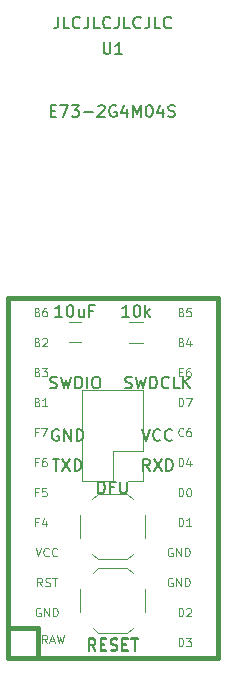
<source format=gbr>
G04 #@! TF.FileFunction,Legend,Top*
%FSLAX46Y46*%
G04 Gerber Fmt 4.6, Leading zero omitted, Abs format (unit mm)*
G04 Created by KiCad (PCBNEW 4.0.7) date 04/15/18 08:08:42*
%MOMM*%
%LPD*%
G01*
G04 APERTURE LIST*
%ADD10C,0.100000*%
%ADD11C,0.200000*%
%ADD12C,0.381000*%
%ADD13C,0.120000*%
%ADD14C,0.150000*%
G04 APERTURE END LIST*
D10*
D11*
X103925953Y-130579762D02*
X104068810Y-130627381D01*
X104306906Y-130627381D01*
X104402144Y-130579762D01*
X104449763Y-130532143D01*
X104497382Y-130436905D01*
X104497382Y-130341667D01*
X104449763Y-130246429D01*
X104402144Y-130198810D01*
X104306906Y-130151190D01*
X104116429Y-130103571D01*
X104021191Y-130055952D01*
X103973572Y-130008333D01*
X103925953Y-129913095D01*
X103925953Y-129817857D01*
X103973572Y-129722619D01*
X104021191Y-129675000D01*
X104116429Y-129627381D01*
X104354525Y-129627381D01*
X104497382Y-129675000D01*
X104830715Y-129627381D02*
X105068810Y-130627381D01*
X105259287Y-129913095D01*
X105449763Y-130627381D01*
X105687858Y-129627381D01*
X106068810Y-130627381D02*
X106068810Y-129627381D01*
X106306905Y-129627381D01*
X106449763Y-129675000D01*
X106545001Y-129770238D01*
X106592620Y-129865476D01*
X106640239Y-130055952D01*
X106640239Y-130198810D01*
X106592620Y-130389286D01*
X106545001Y-130484524D01*
X106449763Y-130579762D01*
X106306905Y-130627381D01*
X106068810Y-130627381D01*
X107068810Y-130627381D02*
X107068810Y-129627381D01*
X107735476Y-129627381D02*
X107925953Y-129627381D01*
X108021191Y-129675000D01*
X108116429Y-129770238D01*
X108164048Y-129960714D01*
X108164048Y-130294048D01*
X108116429Y-130484524D01*
X108021191Y-130579762D01*
X107925953Y-130627381D01*
X107735476Y-130627381D01*
X107640238Y-130579762D01*
X107545000Y-130484524D01*
X107497381Y-130294048D01*
X107497381Y-129960714D01*
X107545000Y-129770238D01*
X107640238Y-129675000D01*
X107735476Y-129627381D01*
X104148095Y-136612381D02*
X104719524Y-136612381D01*
X104433809Y-137612381D02*
X104433809Y-136612381D01*
X104957619Y-136612381D02*
X105624286Y-137612381D01*
X105624286Y-136612381D02*
X104957619Y-137612381D01*
X106005238Y-137612381D02*
X106005238Y-136612381D01*
X106243333Y-136612381D01*
X106386191Y-136660000D01*
X106481429Y-136755238D01*
X106529048Y-136850476D01*
X106576667Y-137040952D01*
X106576667Y-137183810D01*
X106529048Y-137374286D01*
X106481429Y-137469524D01*
X106386191Y-137564762D01*
X106243333Y-137612381D01*
X106005238Y-137612381D01*
X104648096Y-134120000D02*
X104552858Y-134072381D01*
X104410001Y-134072381D01*
X104267143Y-134120000D01*
X104171905Y-134215238D01*
X104124286Y-134310476D01*
X104076667Y-134500952D01*
X104076667Y-134643810D01*
X104124286Y-134834286D01*
X104171905Y-134929524D01*
X104267143Y-135024762D01*
X104410001Y-135072381D01*
X104505239Y-135072381D01*
X104648096Y-135024762D01*
X104695715Y-134977143D01*
X104695715Y-134643810D01*
X104505239Y-134643810D01*
X105124286Y-135072381D02*
X105124286Y-134072381D01*
X105695715Y-135072381D01*
X105695715Y-134072381D01*
X106171905Y-135072381D02*
X106171905Y-134072381D01*
X106410000Y-134072381D01*
X106552858Y-134120000D01*
X106648096Y-134215238D01*
X106695715Y-134310476D01*
X106743334Y-134500952D01*
X106743334Y-134643810D01*
X106695715Y-134834286D01*
X106648096Y-134929524D01*
X106552858Y-135024762D01*
X106410000Y-135072381D01*
X106171905Y-135072381D01*
X110268095Y-130579762D02*
X110410952Y-130627381D01*
X110649048Y-130627381D01*
X110744286Y-130579762D01*
X110791905Y-130532143D01*
X110839524Y-130436905D01*
X110839524Y-130341667D01*
X110791905Y-130246429D01*
X110744286Y-130198810D01*
X110649048Y-130151190D01*
X110458571Y-130103571D01*
X110363333Y-130055952D01*
X110315714Y-130008333D01*
X110268095Y-129913095D01*
X110268095Y-129817857D01*
X110315714Y-129722619D01*
X110363333Y-129675000D01*
X110458571Y-129627381D01*
X110696667Y-129627381D01*
X110839524Y-129675000D01*
X111172857Y-129627381D02*
X111410952Y-130627381D01*
X111601429Y-129913095D01*
X111791905Y-130627381D01*
X112030000Y-129627381D01*
X112410952Y-130627381D02*
X112410952Y-129627381D01*
X112649047Y-129627381D01*
X112791905Y-129675000D01*
X112887143Y-129770238D01*
X112934762Y-129865476D01*
X112982381Y-130055952D01*
X112982381Y-130198810D01*
X112934762Y-130389286D01*
X112887143Y-130484524D01*
X112791905Y-130579762D01*
X112649047Y-130627381D01*
X112410952Y-130627381D01*
X113982381Y-130532143D02*
X113934762Y-130579762D01*
X113791905Y-130627381D01*
X113696667Y-130627381D01*
X113553809Y-130579762D01*
X113458571Y-130484524D01*
X113410952Y-130389286D01*
X113363333Y-130198810D01*
X113363333Y-130055952D01*
X113410952Y-129865476D01*
X113458571Y-129770238D01*
X113553809Y-129675000D01*
X113696667Y-129627381D01*
X113791905Y-129627381D01*
X113934762Y-129675000D01*
X113982381Y-129722619D01*
X114887143Y-130627381D02*
X114410952Y-130627381D01*
X114410952Y-129627381D01*
X115220476Y-130627381D02*
X115220476Y-129627381D01*
X115791905Y-130627381D02*
X115363333Y-130055952D01*
X115791905Y-129627381D02*
X115220476Y-130198810D01*
X111696667Y-134072381D02*
X112030000Y-135072381D01*
X112363334Y-134072381D01*
X113268096Y-134977143D02*
X113220477Y-135024762D01*
X113077620Y-135072381D01*
X112982382Y-135072381D01*
X112839524Y-135024762D01*
X112744286Y-134929524D01*
X112696667Y-134834286D01*
X112649048Y-134643810D01*
X112649048Y-134500952D01*
X112696667Y-134310476D01*
X112744286Y-134215238D01*
X112839524Y-134120000D01*
X112982382Y-134072381D01*
X113077620Y-134072381D01*
X113220477Y-134120000D01*
X113268096Y-134167619D01*
X114268096Y-134977143D02*
X114220477Y-135024762D01*
X114077620Y-135072381D01*
X113982382Y-135072381D01*
X113839524Y-135024762D01*
X113744286Y-134929524D01*
X113696667Y-134834286D01*
X113649048Y-134643810D01*
X113649048Y-134500952D01*
X113696667Y-134310476D01*
X113744286Y-134215238D01*
X113839524Y-134120000D01*
X113982382Y-134072381D01*
X114077620Y-134072381D01*
X114220477Y-134120000D01*
X114268096Y-134167619D01*
X112363334Y-137612381D02*
X112030000Y-137136190D01*
X111791905Y-137612381D02*
X111791905Y-136612381D01*
X112172858Y-136612381D01*
X112268096Y-136660000D01*
X112315715Y-136707619D01*
X112363334Y-136802857D01*
X112363334Y-136945714D01*
X112315715Y-137040952D01*
X112268096Y-137088571D01*
X112172858Y-137136190D01*
X111791905Y-137136190D01*
X112696667Y-136612381D02*
X113363334Y-137612381D01*
X113363334Y-136612381D02*
X112696667Y-137612381D01*
X113744286Y-137612381D02*
X113744286Y-136612381D01*
X113982381Y-136612381D01*
X114125239Y-136660000D01*
X114220477Y-136755238D01*
X114268096Y-136850476D01*
X114315715Y-137040952D01*
X114315715Y-137183810D01*
X114268096Y-137374286D01*
X114220477Y-137469524D01*
X114125239Y-137564762D01*
X113982381Y-137612381D01*
X113744286Y-137612381D01*
X104600952Y-99147381D02*
X104600952Y-99861667D01*
X104553332Y-100004524D01*
X104458094Y-100099762D01*
X104315237Y-100147381D01*
X104219999Y-100147381D01*
X105553333Y-100147381D02*
X105077142Y-100147381D01*
X105077142Y-99147381D01*
X106458095Y-100052143D02*
X106410476Y-100099762D01*
X106267619Y-100147381D01*
X106172381Y-100147381D01*
X106029523Y-100099762D01*
X105934285Y-100004524D01*
X105886666Y-99909286D01*
X105839047Y-99718810D01*
X105839047Y-99575952D01*
X105886666Y-99385476D01*
X105934285Y-99290238D01*
X106029523Y-99195000D01*
X106172381Y-99147381D01*
X106267619Y-99147381D01*
X106410476Y-99195000D01*
X106458095Y-99242619D01*
X107172381Y-99147381D02*
X107172381Y-99861667D01*
X107124761Y-100004524D01*
X107029523Y-100099762D01*
X106886666Y-100147381D01*
X106791428Y-100147381D01*
X108124762Y-100147381D02*
X107648571Y-100147381D01*
X107648571Y-99147381D01*
X109029524Y-100052143D02*
X108981905Y-100099762D01*
X108839048Y-100147381D01*
X108743810Y-100147381D01*
X108600952Y-100099762D01*
X108505714Y-100004524D01*
X108458095Y-99909286D01*
X108410476Y-99718810D01*
X108410476Y-99575952D01*
X108458095Y-99385476D01*
X108505714Y-99290238D01*
X108600952Y-99195000D01*
X108743810Y-99147381D01*
X108839048Y-99147381D01*
X108981905Y-99195000D01*
X109029524Y-99242619D01*
X109743810Y-99147381D02*
X109743810Y-99861667D01*
X109696190Y-100004524D01*
X109600952Y-100099762D01*
X109458095Y-100147381D01*
X109362857Y-100147381D01*
X110696191Y-100147381D02*
X110220000Y-100147381D01*
X110220000Y-99147381D01*
X111600953Y-100052143D02*
X111553334Y-100099762D01*
X111410477Y-100147381D01*
X111315239Y-100147381D01*
X111172381Y-100099762D01*
X111077143Y-100004524D01*
X111029524Y-99909286D01*
X110981905Y-99718810D01*
X110981905Y-99575952D01*
X111029524Y-99385476D01*
X111077143Y-99290238D01*
X111172381Y-99195000D01*
X111315239Y-99147381D01*
X111410477Y-99147381D01*
X111553334Y-99195000D01*
X111600953Y-99242619D01*
X112315239Y-99147381D02*
X112315239Y-99861667D01*
X112267619Y-100004524D01*
X112172381Y-100099762D01*
X112029524Y-100147381D01*
X111934286Y-100147381D01*
X113267620Y-100147381D02*
X112791429Y-100147381D01*
X112791429Y-99147381D01*
X114172382Y-100052143D02*
X114124763Y-100099762D01*
X113981906Y-100147381D01*
X113886668Y-100147381D01*
X113743810Y-100099762D01*
X113648572Y-100004524D01*
X113600953Y-99909286D01*
X113553334Y-99718810D01*
X113553334Y-99575952D01*
X113600953Y-99385476D01*
X113648572Y-99290238D01*
X113743810Y-99195000D01*
X113886668Y-99147381D01*
X113981906Y-99147381D01*
X114124763Y-99195000D01*
X114172382Y-99242619D01*
X107767619Y-152852381D02*
X107434285Y-152376190D01*
X107196190Y-152852381D02*
X107196190Y-151852381D01*
X107577143Y-151852381D01*
X107672381Y-151900000D01*
X107720000Y-151947619D01*
X107767619Y-152042857D01*
X107767619Y-152185714D01*
X107720000Y-152280952D01*
X107672381Y-152328571D01*
X107577143Y-152376190D01*
X107196190Y-152376190D01*
X108196190Y-152328571D02*
X108529524Y-152328571D01*
X108672381Y-152852381D02*
X108196190Y-152852381D01*
X108196190Y-151852381D01*
X108672381Y-151852381D01*
X109053333Y-152804762D02*
X109196190Y-152852381D01*
X109434286Y-152852381D01*
X109529524Y-152804762D01*
X109577143Y-152757143D01*
X109624762Y-152661905D01*
X109624762Y-152566667D01*
X109577143Y-152471429D01*
X109529524Y-152423810D01*
X109434286Y-152376190D01*
X109243809Y-152328571D01*
X109148571Y-152280952D01*
X109100952Y-152233333D01*
X109053333Y-152138095D01*
X109053333Y-152042857D01*
X109100952Y-151947619D01*
X109148571Y-151900000D01*
X109243809Y-151852381D01*
X109481905Y-151852381D01*
X109624762Y-151900000D01*
X110053333Y-152328571D02*
X110386667Y-152328571D01*
X110529524Y-152852381D02*
X110053333Y-152852381D01*
X110053333Y-151852381D01*
X110529524Y-151852381D01*
X110815238Y-151852381D02*
X111386667Y-151852381D01*
X111100952Y-152852381D02*
X111100952Y-151852381D01*
D12*
X102870000Y-150876000D02*
X100330000Y-150876000D01*
X102870000Y-153416000D02*
X102870000Y-150876000D01*
X118110000Y-122936000D02*
X118110000Y-153416000D01*
X100330000Y-122936000D02*
X118110000Y-122936000D01*
X100330000Y-153416000D02*
X100330000Y-122936000D01*
X118110000Y-153416000D02*
X100330000Y-153416000D01*
D13*
X105525000Y-126707000D02*
X106525000Y-126707000D01*
X106525000Y-125007000D02*
X105525000Y-125007000D01*
X110605000Y-124977000D02*
X111805000Y-124977000D01*
X111805000Y-126737000D02*
X110605000Y-126737000D01*
X110908500Y-140003500D02*
X110458500Y-139553500D01*
X107508500Y-140003500D02*
X107958500Y-139553500D01*
X107508500Y-144603500D02*
X107958500Y-145053500D01*
X110908500Y-144603500D02*
X110458500Y-145053500D01*
X106458500Y-143303500D02*
X106458500Y-141303500D01*
X110458500Y-139553500D02*
X107958500Y-139553500D01*
X111958500Y-143303500D02*
X111958500Y-141303500D01*
X110458500Y-145053500D02*
X107958500Y-145053500D01*
X107520000Y-150890000D02*
X107970000Y-151340000D01*
X110920000Y-150890000D02*
X110470000Y-151340000D01*
X110920000Y-146290000D02*
X110470000Y-145840000D01*
X107520000Y-146290000D02*
X107970000Y-145840000D01*
X111970000Y-147590000D02*
X111970000Y-149590000D01*
X107970000Y-151340000D02*
X110470000Y-151340000D01*
X106470000Y-147590000D02*
X106470000Y-149590000D01*
X107970000Y-145840000D02*
X110470000Y-145840000D01*
X111820000Y-130750000D02*
X106620000Y-130750000D01*
X111820000Y-135890000D02*
X111820000Y-130750000D01*
X106620000Y-138490000D02*
X106620000Y-130750000D01*
X111820000Y-135890000D02*
X109220000Y-135890000D01*
X109220000Y-135890000D02*
X109220000Y-138490000D01*
X109220000Y-138490000D02*
X106620000Y-138490000D01*
X111820000Y-137160000D02*
X111820000Y-138490000D01*
X111820000Y-138490000D02*
X110490000Y-138490000D01*
D10*
X103656667Y-152208667D02*
X103423333Y-151875333D01*
X103256667Y-152208667D02*
X103256667Y-151508667D01*
X103523333Y-151508667D01*
X103590000Y-151542000D01*
X103623333Y-151575333D01*
X103656667Y-151642000D01*
X103656667Y-151742000D01*
X103623333Y-151808667D01*
X103590000Y-151842000D01*
X103523333Y-151875333D01*
X103256667Y-151875333D01*
X103923333Y-152008667D02*
X104256667Y-152008667D01*
X103856667Y-152208667D02*
X104090000Y-151508667D01*
X104323333Y-152208667D01*
X104490000Y-151508667D02*
X104656667Y-152208667D01*
X104790000Y-151708667D01*
X104923333Y-152208667D01*
X105090000Y-151508667D01*
X103098667Y-149256000D02*
X103032001Y-149222667D01*
X102932001Y-149222667D01*
X102832001Y-149256000D01*
X102765334Y-149322667D01*
X102732001Y-149389333D01*
X102698667Y-149522667D01*
X102698667Y-149622667D01*
X102732001Y-149756000D01*
X102765334Y-149822667D01*
X102832001Y-149889333D01*
X102932001Y-149922667D01*
X102998667Y-149922667D01*
X103098667Y-149889333D01*
X103132001Y-149856000D01*
X103132001Y-149622667D01*
X102998667Y-149622667D01*
X103432001Y-149922667D02*
X103432001Y-149222667D01*
X103832001Y-149922667D01*
X103832001Y-149222667D01*
X104165334Y-149922667D02*
X104165334Y-149222667D01*
X104332000Y-149222667D01*
X104432000Y-149256000D01*
X104498667Y-149322667D01*
X104532000Y-149389333D01*
X104565334Y-149522667D01*
X104565334Y-149622667D01*
X104532000Y-149756000D01*
X104498667Y-149822667D01*
X104432000Y-149889333D01*
X104332000Y-149922667D01*
X104165334Y-149922667D01*
X103248667Y-147382667D02*
X103015333Y-147049333D01*
X102848667Y-147382667D02*
X102848667Y-146682667D01*
X103115333Y-146682667D01*
X103182000Y-146716000D01*
X103215333Y-146749333D01*
X103248667Y-146816000D01*
X103248667Y-146916000D01*
X103215333Y-146982667D01*
X103182000Y-147016000D01*
X103115333Y-147049333D01*
X102848667Y-147049333D01*
X103515333Y-147349333D02*
X103615333Y-147382667D01*
X103782000Y-147382667D01*
X103848667Y-147349333D01*
X103882000Y-147316000D01*
X103915333Y-147249333D01*
X103915333Y-147182667D01*
X103882000Y-147116000D01*
X103848667Y-147082667D01*
X103782000Y-147049333D01*
X103648667Y-147016000D01*
X103582000Y-146982667D01*
X103548667Y-146949333D01*
X103515333Y-146882667D01*
X103515333Y-146816000D01*
X103548667Y-146749333D01*
X103582000Y-146716000D01*
X103648667Y-146682667D01*
X103815333Y-146682667D01*
X103915333Y-146716000D01*
X104115334Y-146682667D02*
X104515334Y-146682667D01*
X104315334Y-147382667D02*
X104315334Y-146682667D01*
X102698667Y-144142667D02*
X102932000Y-144842667D01*
X103165333Y-144142667D01*
X103798667Y-144776000D02*
X103765333Y-144809333D01*
X103665333Y-144842667D01*
X103598667Y-144842667D01*
X103498667Y-144809333D01*
X103432000Y-144742667D01*
X103398667Y-144676000D01*
X103365333Y-144542667D01*
X103365333Y-144442667D01*
X103398667Y-144309333D01*
X103432000Y-144242667D01*
X103498667Y-144176000D01*
X103598667Y-144142667D01*
X103665333Y-144142667D01*
X103765333Y-144176000D01*
X103798667Y-144209333D01*
X104498667Y-144776000D02*
X104465333Y-144809333D01*
X104365333Y-144842667D01*
X104298667Y-144842667D01*
X104198667Y-144809333D01*
X104132000Y-144742667D01*
X104098667Y-144676000D01*
X104065333Y-144542667D01*
X104065333Y-144442667D01*
X104098667Y-144309333D01*
X104132000Y-144242667D01*
X104198667Y-144176000D01*
X104298667Y-144142667D01*
X104365333Y-144142667D01*
X104465333Y-144176000D01*
X104498667Y-144209333D01*
X102890667Y-141936000D02*
X102657334Y-141936000D01*
X102657334Y-142302667D02*
X102657334Y-141602667D01*
X102990667Y-141602667D01*
X103557334Y-141836000D02*
X103557334Y-142302667D01*
X103390667Y-141569333D02*
X103224000Y-142069333D01*
X103657334Y-142069333D01*
X102890667Y-139396000D02*
X102657334Y-139396000D01*
X102657334Y-139762667D02*
X102657334Y-139062667D01*
X102990667Y-139062667D01*
X103590667Y-139062667D02*
X103257334Y-139062667D01*
X103224000Y-139396000D01*
X103257334Y-139362667D01*
X103324000Y-139329333D01*
X103490667Y-139329333D01*
X103557334Y-139362667D01*
X103590667Y-139396000D01*
X103624000Y-139462667D01*
X103624000Y-139629333D01*
X103590667Y-139696000D01*
X103557334Y-139729333D01*
X103490667Y-139762667D01*
X103324000Y-139762667D01*
X103257334Y-139729333D01*
X103224000Y-139696000D01*
X102890667Y-134316000D02*
X102657334Y-134316000D01*
X102657334Y-134682667D02*
X102657334Y-133982667D01*
X102990667Y-133982667D01*
X103190667Y-133982667D02*
X103657334Y-133982667D01*
X103357334Y-134682667D01*
X102890667Y-136856000D02*
X102657334Y-136856000D01*
X102657334Y-137222667D02*
X102657334Y-136522667D01*
X102990667Y-136522667D01*
X103557334Y-136522667D02*
X103424000Y-136522667D01*
X103357334Y-136556000D01*
X103324000Y-136589333D01*
X103257334Y-136689333D01*
X103224000Y-136822667D01*
X103224000Y-137089333D01*
X103257334Y-137156000D01*
X103290667Y-137189333D01*
X103357334Y-137222667D01*
X103490667Y-137222667D01*
X103557334Y-137189333D01*
X103590667Y-137156000D01*
X103624000Y-137089333D01*
X103624000Y-136922667D01*
X103590667Y-136856000D01*
X103557334Y-136822667D01*
X103490667Y-136789333D01*
X103357334Y-136789333D01*
X103290667Y-136822667D01*
X103257334Y-136856000D01*
X103224000Y-136922667D01*
X102840667Y-131776000D02*
X102940667Y-131809333D01*
X102974000Y-131842667D01*
X103007334Y-131909333D01*
X103007334Y-132009333D01*
X102974000Y-132076000D01*
X102940667Y-132109333D01*
X102874000Y-132142667D01*
X102607334Y-132142667D01*
X102607334Y-131442667D01*
X102840667Y-131442667D01*
X102907334Y-131476000D01*
X102940667Y-131509333D01*
X102974000Y-131576000D01*
X102974000Y-131642667D01*
X102940667Y-131709333D01*
X102907334Y-131742667D01*
X102840667Y-131776000D01*
X102607334Y-131776000D01*
X103674000Y-132142667D02*
X103274000Y-132142667D01*
X103474000Y-132142667D02*
X103474000Y-131442667D01*
X103407334Y-131542667D01*
X103340667Y-131609333D01*
X103274000Y-131642667D01*
X102840667Y-129236000D02*
X102940667Y-129269333D01*
X102974000Y-129302667D01*
X103007334Y-129369333D01*
X103007334Y-129469333D01*
X102974000Y-129536000D01*
X102940667Y-129569333D01*
X102874000Y-129602667D01*
X102607334Y-129602667D01*
X102607334Y-128902667D01*
X102840667Y-128902667D01*
X102907334Y-128936000D01*
X102940667Y-128969333D01*
X102974000Y-129036000D01*
X102974000Y-129102667D01*
X102940667Y-129169333D01*
X102907334Y-129202667D01*
X102840667Y-129236000D01*
X102607334Y-129236000D01*
X103240667Y-128902667D02*
X103674000Y-128902667D01*
X103440667Y-129169333D01*
X103540667Y-129169333D01*
X103607334Y-129202667D01*
X103640667Y-129236000D01*
X103674000Y-129302667D01*
X103674000Y-129469333D01*
X103640667Y-129536000D01*
X103607334Y-129569333D01*
X103540667Y-129602667D01*
X103340667Y-129602667D01*
X103274000Y-129569333D01*
X103240667Y-129536000D01*
X102840667Y-126696000D02*
X102940667Y-126729333D01*
X102974000Y-126762667D01*
X103007334Y-126829333D01*
X103007334Y-126929333D01*
X102974000Y-126996000D01*
X102940667Y-127029333D01*
X102874000Y-127062667D01*
X102607334Y-127062667D01*
X102607334Y-126362667D01*
X102840667Y-126362667D01*
X102907334Y-126396000D01*
X102940667Y-126429333D01*
X102974000Y-126496000D01*
X102974000Y-126562667D01*
X102940667Y-126629333D01*
X102907334Y-126662667D01*
X102840667Y-126696000D01*
X102607334Y-126696000D01*
X103274000Y-126429333D02*
X103307334Y-126396000D01*
X103374000Y-126362667D01*
X103540667Y-126362667D01*
X103607334Y-126396000D01*
X103640667Y-126429333D01*
X103674000Y-126496000D01*
X103674000Y-126562667D01*
X103640667Y-126662667D01*
X103240667Y-127062667D01*
X103674000Y-127062667D01*
X102840667Y-124156000D02*
X102940667Y-124189333D01*
X102974000Y-124222667D01*
X103007334Y-124289333D01*
X103007334Y-124389333D01*
X102974000Y-124456000D01*
X102940667Y-124489333D01*
X102874000Y-124522667D01*
X102607334Y-124522667D01*
X102607334Y-123822667D01*
X102840667Y-123822667D01*
X102907334Y-123856000D01*
X102940667Y-123889333D01*
X102974000Y-123956000D01*
X102974000Y-124022667D01*
X102940667Y-124089333D01*
X102907334Y-124122667D01*
X102840667Y-124156000D01*
X102607334Y-124156000D01*
X103607334Y-123822667D02*
X103474000Y-123822667D01*
X103407334Y-123856000D01*
X103374000Y-123889333D01*
X103307334Y-123989333D01*
X103274000Y-124122667D01*
X103274000Y-124389333D01*
X103307334Y-124456000D01*
X103340667Y-124489333D01*
X103407334Y-124522667D01*
X103540667Y-124522667D01*
X103607334Y-124489333D01*
X103640667Y-124456000D01*
X103674000Y-124389333D01*
X103674000Y-124222667D01*
X103640667Y-124156000D01*
X103607334Y-124122667D01*
X103540667Y-124089333D01*
X103407334Y-124089333D01*
X103340667Y-124122667D01*
X103307334Y-124156000D01*
X103274000Y-124222667D01*
X114799334Y-152462667D02*
X114799334Y-151762667D01*
X114966000Y-151762667D01*
X115066000Y-151796000D01*
X115132667Y-151862667D01*
X115166000Y-151929333D01*
X115199334Y-152062667D01*
X115199334Y-152162667D01*
X115166000Y-152296000D01*
X115132667Y-152362667D01*
X115066000Y-152429333D01*
X114966000Y-152462667D01*
X114799334Y-152462667D01*
X115432667Y-151762667D02*
X115866000Y-151762667D01*
X115632667Y-152029333D01*
X115732667Y-152029333D01*
X115799334Y-152062667D01*
X115832667Y-152096000D01*
X115866000Y-152162667D01*
X115866000Y-152329333D01*
X115832667Y-152396000D01*
X115799334Y-152429333D01*
X115732667Y-152462667D01*
X115532667Y-152462667D01*
X115466000Y-152429333D01*
X115432667Y-152396000D01*
X114799334Y-149922667D02*
X114799334Y-149222667D01*
X114966000Y-149222667D01*
X115066000Y-149256000D01*
X115132667Y-149322667D01*
X115166000Y-149389333D01*
X115199334Y-149522667D01*
X115199334Y-149622667D01*
X115166000Y-149756000D01*
X115132667Y-149822667D01*
X115066000Y-149889333D01*
X114966000Y-149922667D01*
X114799334Y-149922667D01*
X115466000Y-149289333D02*
X115499334Y-149256000D01*
X115566000Y-149222667D01*
X115732667Y-149222667D01*
X115799334Y-149256000D01*
X115832667Y-149289333D01*
X115866000Y-149356000D01*
X115866000Y-149422667D01*
X115832667Y-149522667D01*
X115432667Y-149922667D01*
X115866000Y-149922667D01*
X114274667Y-146716000D02*
X114208001Y-146682667D01*
X114108001Y-146682667D01*
X114008001Y-146716000D01*
X113941334Y-146782667D01*
X113908001Y-146849333D01*
X113874667Y-146982667D01*
X113874667Y-147082667D01*
X113908001Y-147216000D01*
X113941334Y-147282667D01*
X114008001Y-147349333D01*
X114108001Y-147382667D01*
X114174667Y-147382667D01*
X114274667Y-147349333D01*
X114308001Y-147316000D01*
X114308001Y-147082667D01*
X114174667Y-147082667D01*
X114608001Y-147382667D02*
X114608001Y-146682667D01*
X115008001Y-147382667D01*
X115008001Y-146682667D01*
X115341334Y-147382667D02*
X115341334Y-146682667D01*
X115508000Y-146682667D01*
X115608000Y-146716000D01*
X115674667Y-146782667D01*
X115708000Y-146849333D01*
X115741334Y-146982667D01*
X115741334Y-147082667D01*
X115708000Y-147216000D01*
X115674667Y-147282667D01*
X115608000Y-147349333D01*
X115508000Y-147382667D01*
X115341334Y-147382667D01*
X114274667Y-144176000D02*
X114208001Y-144142667D01*
X114108001Y-144142667D01*
X114008001Y-144176000D01*
X113941334Y-144242667D01*
X113908001Y-144309333D01*
X113874667Y-144442667D01*
X113874667Y-144542667D01*
X113908001Y-144676000D01*
X113941334Y-144742667D01*
X114008001Y-144809333D01*
X114108001Y-144842667D01*
X114174667Y-144842667D01*
X114274667Y-144809333D01*
X114308001Y-144776000D01*
X114308001Y-144542667D01*
X114174667Y-144542667D01*
X114608001Y-144842667D02*
X114608001Y-144142667D01*
X115008001Y-144842667D01*
X115008001Y-144142667D01*
X115341334Y-144842667D02*
X115341334Y-144142667D01*
X115508000Y-144142667D01*
X115608000Y-144176000D01*
X115674667Y-144242667D01*
X115708000Y-144309333D01*
X115741334Y-144442667D01*
X115741334Y-144542667D01*
X115708000Y-144676000D01*
X115674667Y-144742667D01*
X115608000Y-144809333D01*
X115508000Y-144842667D01*
X115341334Y-144842667D01*
X114799334Y-142302667D02*
X114799334Y-141602667D01*
X114966000Y-141602667D01*
X115066000Y-141636000D01*
X115132667Y-141702667D01*
X115166000Y-141769333D01*
X115199334Y-141902667D01*
X115199334Y-142002667D01*
X115166000Y-142136000D01*
X115132667Y-142202667D01*
X115066000Y-142269333D01*
X114966000Y-142302667D01*
X114799334Y-142302667D01*
X115866000Y-142302667D02*
X115466000Y-142302667D01*
X115666000Y-142302667D02*
X115666000Y-141602667D01*
X115599334Y-141702667D01*
X115532667Y-141769333D01*
X115466000Y-141802667D01*
X114799334Y-139762667D02*
X114799334Y-139062667D01*
X114966000Y-139062667D01*
X115066000Y-139096000D01*
X115132667Y-139162667D01*
X115166000Y-139229333D01*
X115199334Y-139362667D01*
X115199334Y-139462667D01*
X115166000Y-139596000D01*
X115132667Y-139662667D01*
X115066000Y-139729333D01*
X114966000Y-139762667D01*
X114799334Y-139762667D01*
X115632667Y-139062667D02*
X115699334Y-139062667D01*
X115766000Y-139096000D01*
X115799334Y-139129333D01*
X115832667Y-139196000D01*
X115866000Y-139329333D01*
X115866000Y-139496000D01*
X115832667Y-139629333D01*
X115799334Y-139696000D01*
X115766000Y-139729333D01*
X115699334Y-139762667D01*
X115632667Y-139762667D01*
X115566000Y-139729333D01*
X115532667Y-139696000D01*
X115499334Y-139629333D01*
X115466000Y-139496000D01*
X115466000Y-139329333D01*
X115499334Y-139196000D01*
X115532667Y-139129333D01*
X115566000Y-139096000D01*
X115632667Y-139062667D01*
X114799334Y-137222667D02*
X114799334Y-136522667D01*
X114966000Y-136522667D01*
X115066000Y-136556000D01*
X115132667Y-136622667D01*
X115166000Y-136689333D01*
X115199334Y-136822667D01*
X115199334Y-136922667D01*
X115166000Y-137056000D01*
X115132667Y-137122667D01*
X115066000Y-137189333D01*
X114966000Y-137222667D01*
X114799334Y-137222667D01*
X115799334Y-136756000D02*
X115799334Y-137222667D01*
X115632667Y-136489333D02*
X115466000Y-136989333D01*
X115899334Y-136989333D01*
X115199334Y-134616000D02*
X115166000Y-134649333D01*
X115066000Y-134682667D01*
X114999334Y-134682667D01*
X114899334Y-134649333D01*
X114832667Y-134582667D01*
X114799334Y-134516000D01*
X114766000Y-134382667D01*
X114766000Y-134282667D01*
X114799334Y-134149333D01*
X114832667Y-134082667D01*
X114899334Y-134016000D01*
X114999334Y-133982667D01*
X115066000Y-133982667D01*
X115166000Y-134016000D01*
X115199334Y-134049333D01*
X115799334Y-133982667D02*
X115666000Y-133982667D01*
X115599334Y-134016000D01*
X115566000Y-134049333D01*
X115499334Y-134149333D01*
X115466000Y-134282667D01*
X115466000Y-134549333D01*
X115499334Y-134616000D01*
X115532667Y-134649333D01*
X115599334Y-134682667D01*
X115732667Y-134682667D01*
X115799334Y-134649333D01*
X115832667Y-134616000D01*
X115866000Y-134549333D01*
X115866000Y-134382667D01*
X115832667Y-134316000D01*
X115799334Y-134282667D01*
X115732667Y-134249333D01*
X115599334Y-134249333D01*
X115532667Y-134282667D01*
X115499334Y-134316000D01*
X115466000Y-134382667D01*
X114799334Y-132142667D02*
X114799334Y-131442667D01*
X114966000Y-131442667D01*
X115066000Y-131476000D01*
X115132667Y-131542667D01*
X115166000Y-131609333D01*
X115199334Y-131742667D01*
X115199334Y-131842667D01*
X115166000Y-131976000D01*
X115132667Y-132042667D01*
X115066000Y-132109333D01*
X114966000Y-132142667D01*
X114799334Y-132142667D01*
X115432667Y-131442667D02*
X115899334Y-131442667D01*
X115599334Y-132142667D01*
X114832667Y-129236000D02*
X115066000Y-129236000D01*
X115166000Y-129602667D02*
X114832667Y-129602667D01*
X114832667Y-128902667D01*
X115166000Y-128902667D01*
X115766000Y-128902667D02*
X115632666Y-128902667D01*
X115566000Y-128936000D01*
X115532666Y-128969333D01*
X115466000Y-129069333D01*
X115432666Y-129202667D01*
X115432666Y-129469333D01*
X115466000Y-129536000D01*
X115499333Y-129569333D01*
X115566000Y-129602667D01*
X115699333Y-129602667D01*
X115766000Y-129569333D01*
X115799333Y-129536000D01*
X115832666Y-129469333D01*
X115832666Y-129302667D01*
X115799333Y-129236000D01*
X115766000Y-129202667D01*
X115699333Y-129169333D01*
X115566000Y-129169333D01*
X115499333Y-129202667D01*
X115466000Y-129236000D01*
X115432666Y-129302667D01*
X115032667Y-126696000D02*
X115132667Y-126729333D01*
X115166000Y-126762667D01*
X115199334Y-126829333D01*
X115199334Y-126929333D01*
X115166000Y-126996000D01*
X115132667Y-127029333D01*
X115066000Y-127062667D01*
X114799334Y-127062667D01*
X114799334Y-126362667D01*
X115032667Y-126362667D01*
X115099334Y-126396000D01*
X115132667Y-126429333D01*
X115166000Y-126496000D01*
X115166000Y-126562667D01*
X115132667Y-126629333D01*
X115099334Y-126662667D01*
X115032667Y-126696000D01*
X114799334Y-126696000D01*
X115799334Y-126596000D02*
X115799334Y-127062667D01*
X115632667Y-126329333D02*
X115466000Y-126829333D01*
X115899334Y-126829333D01*
X115032667Y-124156000D02*
X115132667Y-124189333D01*
X115166000Y-124222667D01*
X115199334Y-124289333D01*
X115199334Y-124389333D01*
X115166000Y-124456000D01*
X115132667Y-124489333D01*
X115066000Y-124522667D01*
X114799334Y-124522667D01*
X114799334Y-123822667D01*
X115032667Y-123822667D01*
X115099334Y-123856000D01*
X115132667Y-123889333D01*
X115166000Y-123956000D01*
X115166000Y-124022667D01*
X115132667Y-124089333D01*
X115099334Y-124122667D01*
X115032667Y-124156000D01*
X114799334Y-124156000D01*
X115832667Y-123822667D02*
X115499334Y-123822667D01*
X115466000Y-124156000D01*
X115499334Y-124122667D01*
X115566000Y-124089333D01*
X115732667Y-124089333D01*
X115799334Y-124122667D01*
X115832667Y-124156000D01*
X115866000Y-124222667D01*
X115866000Y-124389333D01*
X115832667Y-124456000D01*
X115799334Y-124489333D01*
X115732667Y-124522667D01*
X115566000Y-124522667D01*
X115499334Y-124489333D01*
X115466000Y-124456000D01*
D14*
X104953572Y-124559381D02*
X104382143Y-124559381D01*
X104667857Y-124559381D02*
X104667857Y-123559381D01*
X104572619Y-123702238D01*
X104477381Y-123797476D01*
X104382143Y-123845095D01*
X105572619Y-123559381D02*
X105667858Y-123559381D01*
X105763096Y-123607000D01*
X105810715Y-123654619D01*
X105858334Y-123749857D01*
X105905953Y-123940333D01*
X105905953Y-124178429D01*
X105858334Y-124368905D01*
X105810715Y-124464143D01*
X105763096Y-124511762D01*
X105667858Y-124559381D01*
X105572619Y-124559381D01*
X105477381Y-124511762D01*
X105429762Y-124464143D01*
X105382143Y-124368905D01*
X105334524Y-124178429D01*
X105334524Y-123940333D01*
X105382143Y-123749857D01*
X105429762Y-123654619D01*
X105477381Y-123607000D01*
X105572619Y-123559381D01*
X106763096Y-123892714D02*
X106763096Y-124559381D01*
X106334524Y-123892714D02*
X106334524Y-124416524D01*
X106382143Y-124511762D01*
X106477381Y-124559381D01*
X106620239Y-124559381D01*
X106715477Y-124511762D01*
X106763096Y-124464143D01*
X107572620Y-124035571D02*
X107239286Y-124035571D01*
X107239286Y-124559381D02*
X107239286Y-123559381D01*
X107715477Y-123559381D01*
X110609762Y-124559381D02*
X110038333Y-124559381D01*
X110324047Y-124559381D02*
X110324047Y-123559381D01*
X110228809Y-123702238D01*
X110133571Y-123797476D01*
X110038333Y-123845095D01*
X111228809Y-123559381D02*
X111324048Y-123559381D01*
X111419286Y-123607000D01*
X111466905Y-123654619D01*
X111514524Y-123749857D01*
X111562143Y-123940333D01*
X111562143Y-124178429D01*
X111514524Y-124368905D01*
X111466905Y-124464143D01*
X111419286Y-124511762D01*
X111324048Y-124559381D01*
X111228809Y-124559381D01*
X111133571Y-124511762D01*
X111085952Y-124464143D01*
X111038333Y-124368905D01*
X110990714Y-124178429D01*
X110990714Y-123940333D01*
X111038333Y-123749857D01*
X111085952Y-123654619D01*
X111133571Y-123607000D01*
X111228809Y-123559381D01*
X111990714Y-124559381D02*
X111990714Y-123559381D01*
X112085952Y-124178429D02*
X112371667Y-124559381D01*
X112371667Y-123892714D02*
X111990714Y-124273667D01*
X108005714Y-139517381D02*
X108005714Y-138517381D01*
X108243809Y-138517381D01*
X108386667Y-138565000D01*
X108481905Y-138660238D01*
X108529524Y-138755476D01*
X108577143Y-138945952D01*
X108577143Y-139088810D01*
X108529524Y-139279286D01*
X108481905Y-139374524D01*
X108386667Y-139469762D01*
X108243809Y-139517381D01*
X108005714Y-139517381D01*
X109339048Y-138993571D02*
X109005714Y-138993571D01*
X109005714Y-139517381D02*
X109005714Y-138517381D01*
X109481905Y-138517381D01*
X109862857Y-138517381D02*
X109862857Y-139326905D01*
X109910476Y-139422143D01*
X109958095Y-139469762D01*
X110053333Y-139517381D01*
X110243810Y-139517381D01*
X110339048Y-139469762D01*
X110386667Y-139422143D01*
X110434286Y-139326905D01*
X110434286Y-138517381D01*
X107767619Y-152792381D02*
X107434285Y-152316190D01*
X107196190Y-152792381D02*
X107196190Y-151792381D01*
X107577143Y-151792381D01*
X107672381Y-151840000D01*
X107720000Y-151887619D01*
X107767619Y-151982857D01*
X107767619Y-152125714D01*
X107720000Y-152220952D01*
X107672381Y-152268571D01*
X107577143Y-152316190D01*
X107196190Y-152316190D01*
X108196190Y-152268571D02*
X108529524Y-152268571D01*
X108672381Y-152792381D02*
X108196190Y-152792381D01*
X108196190Y-151792381D01*
X108672381Y-151792381D01*
X109053333Y-152744762D02*
X109196190Y-152792381D01*
X109434286Y-152792381D01*
X109529524Y-152744762D01*
X109577143Y-152697143D01*
X109624762Y-152601905D01*
X109624762Y-152506667D01*
X109577143Y-152411429D01*
X109529524Y-152363810D01*
X109434286Y-152316190D01*
X109243809Y-152268571D01*
X109148571Y-152220952D01*
X109100952Y-152173333D01*
X109053333Y-152078095D01*
X109053333Y-151982857D01*
X109100952Y-151887619D01*
X109148571Y-151840000D01*
X109243809Y-151792381D01*
X109481905Y-151792381D01*
X109624762Y-151840000D01*
X110053333Y-152268571D02*
X110386667Y-152268571D01*
X110529524Y-152792381D02*
X110053333Y-152792381D01*
X110053333Y-151792381D01*
X110529524Y-151792381D01*
X110815238Y-151792381D02*
X111386667Y-151792381D01*
X111100952Y-152792381D02*
X111100952Y-151792381D01*
X108458095Y-101306381D02*
X108458095Y-102115905D01*
X108505714Y-102211143D01*
X108553333Y-102258762D01*
X108648571Y-102306381D01*
X108839048Y-102306381D01*
X108934286Y-102258762D01*
X108981905Y-102211143D01*
X109029524Y-102115905D01*
X109029524Y-101306381D01*
X110029524Y-102306381D02*
X109458095Y-102306381D01*
X109743809Y-102306381D02*
X109743809Y-101306381D01*
X109648571Y-101449238D01*
X109553333Y-101544476D01*
X109458095Y-101592095D01*
X103981905Y-107108571D02*
X104315239Y-107108571D01*
X104458096Y-107632381D02*
X103981905Y-107632381D01*
X103981905Y-106632381D01*
X104458096Y-106632381D01*
X104791429Y-106632381D02*
X105458096Y-106632381D01*
X105029524Y-107632381D01*
X105743810Y-106632381D02*
X106362858Y-106632381D01*
X106029524Y-107013333D01*
X106172382Y-107013333D01*
X106267620Y-107060952D01*
X106315239Y-107108571D01*
X106362858Y-107203810D01*
X106362858Y-107441905D01*
X106315239Y-107537143D01*
X106267620Y-107584762D01*
X106172382Y-107632381D01*
X105886667Y-107632381D01*
X105791429Y-107584762D01*
X105743810Y-107537143D01*
X106791429Y-107251429D02*
X107553334Y-107251429D01*
X107981905Y-106727619D02*
X108029524Y-106680000D01*
X108124762Y-106632381D01*
X108362858Y-106632381D01*
X108458096Y-106680000D01*
X108505715Y-106727619D01*
X108553334Y-106822857D01*
X108553334Y-106918095D01*
X108505715Y-107060952D01*
X107934286Y-107632381D01*
X108553334Y-107632381D01*
X109505715Y-106680000D02*
X109410477Y-106632381D01*
X109267620Y-106632381D01*
X109124762Y-106680000D01*
X109029524Y-106775238D01*
X108981905Y-106870476D01*
X108934286Y-107060952D01*
X108934286Y-107203810D01*
X108981905Y-107394286D01*
X109029524Y-107489524D01*
X109124762Y-107584762D01*
X109267620Y-107632381D01*
X109362858Y-107632381D01*
X109505715Y-107584762D01*
X109553334Y-107537143D01*
X109553334Y-107203810D01*
X109362858Y-107203810D01*
X110410477Y-106965714D02*
X110410477Y-107632381D01*
X110172381Y-106584762D02*
X109934286Y-107299048D01*
X110553334Y-107299048D01*
X110934286Y-107632381D02*
X110934286Y-106632381D01*
X111267620Y-107346667D01*
X111600953Y-106632381D01*
X111600953Y-107632381D01*
X112267619Y-106632381D02*
X112362858Y-106632381D01*
X112458096Y-106680000D01*
X112505715Y-106727619D01*
X112553334Y-106822857D01*
X112600953Y-107013333D01*
X112600953Y-107251429D01*
X112553334Y-107441905D01*
X112505715Y-107537143D01*
X112458096Y-107584762D01*
X112362858Y-107632381D01*
X112267619Y-107632381D01*
X112172381Y-107584762D01*
X112124762Y-107537143D01*
X112077143Y-107441905D01*
X112029524Y-107251429D01*
X112029524Y-107013333D01*
X112077143Y-106822857D01*
X112124762Y-106727619D01*
X112172381Y-106680000D01*
X112267619Y-106632381D01*
X113458096Y-106965714D02*
X113458096Y-107632381D01*
X113220000Y-106584762D02*
X112981905Y-107299048D01*
X113600953Y-107299048D01*
X113934286Y-107584762D02*
X114077143Y-107632381D01*
X114315239Y-107632381D01*
X114410477Y-107584762D01*
X114458096Y-107537143D01*
X114505715Y-107441905D01*
X114505715Y-107346667D01*
X114458096Y-107251429D01*
X114410477Y-107203810D01*
X114315239Y-107156190D01*
X114124762Y-107108571D01*
X114029524Y-107060952D01*
X113981905Y-107013333D01*
X113934286Y-106918095D01*
X113934286Y-106822857D01*
X113981905Y-106727619D01*
X114029524Y-106680000D01*
X114124762Y-106632381D01*
X114362858Y-106632381D01*
X114505715Y-106680000D01*
M02*

</source>
